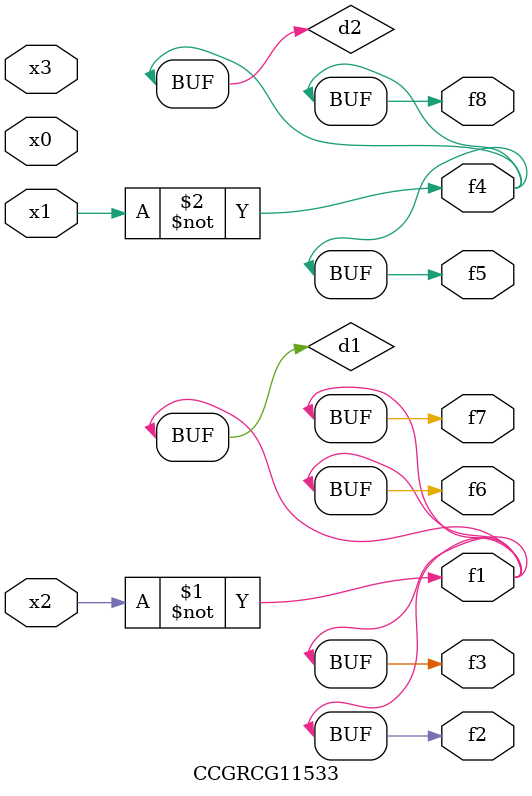
<source format=v>
module CCGRCG11533(
	input x0, x1, x2, x3,
	output f1, f2, f3, f4, f5, f6, f7, f8
);

	wire d1, d2;

	xnor (d1, x2);
	not (d2, x1);
	assign f1 = d1;
	assign f2 = d1;
	assign f3 = d1;
	assign f4 = d2;
	assign f5 = d2;
	assign f6 = d1;
	assign f7 = d1;
	assign f8 = d2;
endmodule

</source>
